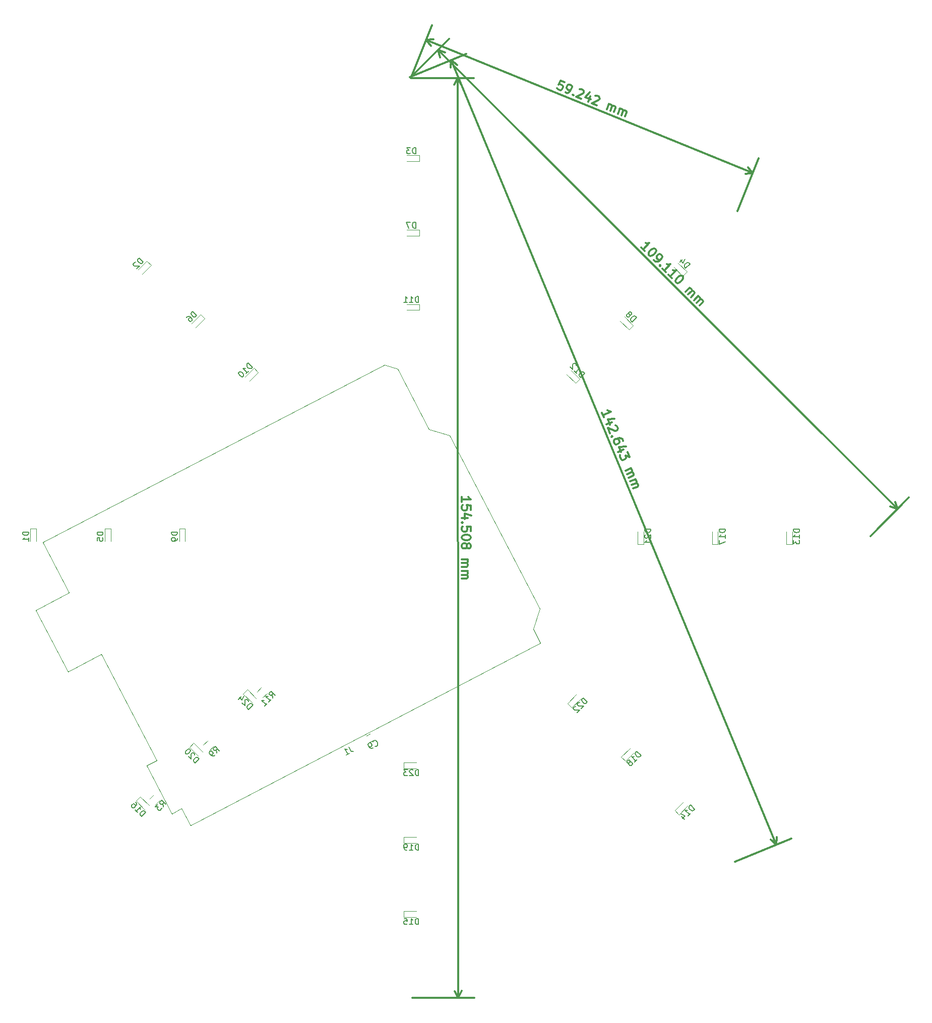
<source format=gbr>
G04 #@! TF.FileFunction,Legend,Bot*
%FSLAX46Y46*%
G04 Gerber Fmt 4.6, Leading zero omitted, Abs format (unit mm)*
G04 Created by KiCad (PCBNEW 4.0.7) date 03/16/18 10:32:41*
%MOMM*%
%LPD*%
G01*
G04 APERTURE LIST*
%ADD10C,0.100000*%
%ADD11C,0.300000*%
%ADD12C,0.120000*%
%ADD13C,0.150000*%
G04 APERTURE END LIST*
D10*
D11*
X166227249Y-53587652D02*
X165620658Y-52982059D01*
X165923954Y-53284856D02*
X166983741Y-52223323D01*
X166731244Y-52274039D01*
X166529213Y-52274204D01*
X166377649Y-52223822D01*
X167944175Y-53182177D02*
X168045273Y-53283109D01*
X168095905Y-53434590D01*
X168095988Y-53535606D01*
X168045605Y-53687171D01*
X167894290Y-53939833D01*
X167641960Y-54192579D01*
X167389547Y-54344310D01*
X167238066Y-54394942D01*
X167137050Y-54395025D01*
X166985486Y-54344642D01*
X166884388Y-54243710D01*
X166833755Y-54092229D01*
X166833672Y-53991213D01*
X166884055Y-53839649D01*
X167035370Y-53586986D01*
X167287700Y-53334240D01*
X167540113Y-53182510D01*
X167691594Y-53131878D01*
X167792610Y-53131795D01*
X167944175Y-53182177D01*
X167743723Y-55101632D02*
X167945921Y-55303497D01*
X168097484Y-55353880D01*
X168198500Y-55353796D01*
X168450996Y-55303082D01*
X168703410Y-55151350D01*
X169107137Y-54746957D01*
X169157521Y-54595393D01*
X169157438Y-54494377D01*
X169106806Y-54342896D01*
X168904609Y-54141032D01*
X168753044Y-54090649D01*
X168652029Y-54090733D01*
X168500547Y-54141364D01*
X168248217Y-54394110D01*
X168197834Y-54545675D01*
X168197918Y-54646689D01*
X168248550Y-54798172D01*
X168450747Y-55000036D01*
X168602311Y-55050418D01*
X168703326Y-55050336D01*
X168854807Y-54999703D01*
X168805090Y-55959389D02*
X168805172Y-56060404D01*
X168704158Y-56060487D01*
X168704074Y-55959472D01*
X168805090Y-55959389D01*
X168704158Y-56060487D01*
X169765691Y-57120274D02*
X169159100Y-56514681D01*
X169462396Y-56817478D02*
X170522183Y-55755945D01*
X170269686Y-55806661D01*
X170067655Y-55806826D01*
X169916091Y-55756444D01*
X170776674Y-58129594D02*
X170170084Y-57524002D01*
X170473379Y-57826798D02*
X171533166Y-56765265D01*
X171280669Y-56815981D01*
X171078638Y-56816147D01*
X170927074Y-56765764D01*
X172493600Y-57724120D02*
X172594698Y-57825052D01*
X172645330Y-57976533D01*
X172645413Y-58077549D01*
X172595031Y-58229114D01*
X172443715Y-58481776D01*
X172191385Y-58734522D01*
X171938972Y-58886253D01*
X171787491Y-58936884D01*
X171686475Y-58936968D01*
X171534911Y-58886584D01*
X171433813Y-58785652D01*
X171383180Y-58634172D01*
X171383097Y-58533156D01*
X171433480Y-58381592D01*
X171584795Y-58128929D01*
X171837125Y-57876183D01*
X172089539Y-57724453D01*
X172241019Y-57673820D01*
X172342035Y-57673737D01*
X172493600Y-57724120D01*
X173051387Y-60400566D02*
X173757911Y-59692877D01*
X173656978Y-59793976D02*
X173757994Y-59793892D01*
X173909559Y-59844275D01*
X174061206Y-59995673D01*
X174111838Y-60147154D01*
X174061455Y-60298719D01*
X173506329Y-60854760D01*
X174061455Y-60298719D02*
X174212937Y-60248087D01*
X174364501Y-60298470D01*
X174516148Y-60449867D01*
X174566781Y-60601349D01*
X174516398Y-60752913D01*
X173961272Y-61308954D01*
X174466764Y-61813615D02*
X175173288Y-61105926D01*
X175072355Y-61207025D02*
X175173371Y-61206941D01*
X175324936Y-61257324D01*
X175476583Y-61408722D01*
X175527215Y-61560204D01*
X175476832Y-61711768D01*
X174921706Y-62267809D01*
X175476832Y-61711768D02*
X175628314Y-61661136D01*
X175779878Y-61711519D01*
X175931525Y-61862916D01*
X175982158Y-62014398D01*
X175931775Y-62165962D01*
X175376649Y-62722003D01*
X131441547Y-19807927D02*
X208657547Y-96896927D01*
X126873000Y-24384000D02*
X133349163Y-17897168D01*
X204089000Y-101473000D02*
X210565163Y-94986168D01*
X208657547Y-96896927D02*
X207446013Y-96516028D01*
X208657547Y-96896927D02*
X208274654Y-95686021D01*
X131441547Y-19807927D02*
X131824440Y-21018833D01*
X131441547Y-19807927D02*
X132653081Y-20188826D01*
X159293318Y-81526949D02*
X158965165Y-80735110D01*
X159129242Y-81131030D02*
X160514961Y-80556763D01*
X160262309Y-80506828D01*
X160075643Y-80429546D01*
X159954964Y-80324919D01*
X160709359Y-82331864D02*
X159785546Y-82714708D01*
X161100521Y-81783162D02*
X159973992Y-81863420D01*
X160329491Y-82721246D01*
X161312752Y-82855000D02*
X161406085Y-82893640D01*
X161526764Y-82998267D01*
X161663494Y-83328201D01*
X161652199Y-83487520D01*
X161613558Y-83580853D01*
X161508931Y-83701531D01*
X161376958Y-83756223D01*
X161151652Y-83772275D01*
X160031661Y-83308588D01*
X160387159Y-84166414D01*
X160765246Y-84705601D02*
X160726605Y-84798933D01*
X160633273Y-84760293D01*
X160671913Y-84666960D01*
X160765246Y-84705601D01*
X160633273Y-84760293D01*
X162538567Y-85439772D02*
X162429183Y-85175826D01*
X162308504Y-85071199D01*
X162215171Y-85032558D01*
X161962520Y-84982623D01*
X161671226Y-85026021D01*
X161143334Y-85244789D01*
X161038707Y-85365468D01*
X161000066Y-85458800D01*
X160988772Y-85618120D01*
X161098156Y-85882066D01*
X161218834Y-85986693D01*
X161312167Y-86025334D01*
X161471486Y-86036628D01*
X161801420Y-85899898D01*
X161906047Y-85779220D01*
X161944687Y-85685887D01*
X161955982Y-85526568D01*
X161846598Y-85262621D01*
X161725918Y-85157994D01*
X161632586Y-85119353D01*
X161473267Y-85108058D01*
X162623581Y-86950927D02*
X161699769Y-87333771D01*
X163014744Y-86402225D02*
X161888215Y-86482483D01*
X162243713Y-87340309D01*
X163331602Y-87353384D02*
X163687100Y-88211210D01*
X162967785Y-87968072D01*
X163049823Y-88166032D01*
X163038528Y-88325351D01*
X162999888Y-88418684D01*
X162895261Y-88539362D01*
X162565328Y-88676093D01*
X162406009Y-88664799D01*
X162312675Y-88626158D01*
X162191997Y-88521530D01*
X162027921Y-88125610D01*
X162039215Y-87966291D01*
X162077856Y-87872959D01*
X162985032Y-90435142D02*
X163908845Y-90052297D01*
X163776871Y-90106990D02*
X163870204Y-90145630D01*
X163990883Y-90250258D01*
X164072921Y-90448217D01*
X164061626Y-90607536D01*
X163956999Y-90728215D01*
X163231146Y-91029022D01*
X163956999Y-90728215D02*
X164116318Y-90739510D01*
X164236997Y-90844137D01*
X164319035Y-91042096D01*
X164307741Y-91201417D01*
X164203113Y-91322095D01*
X163477261Y-91622901D01*
X163750721Y-92282768D02*
X164674534Y-91899923D01*
X164542560Y-91954615D02*
X164635893Y-91993255D01*
X164756572Y-92097883D01*
X164838610Y-92295842D01*
X164827315Y-92455162D01*
X164722688Y-92575841D01*
X163996836Y-92876647D01*
X164722688Y-92575841D02*
X164882007Y-92587136D01*
X165002687Y-92691763D01*
X165084724Y-92889722D01*
X165073430Y-93049042D01*
X164968802Y-93169720D01*
X164242950Y-93470527D01*
X188302456Y-153280464D02*
X133692456Y-21505264D01*
X181356000Y-156159200D02*
X190796751Y-152246784D01*
X126746000Y-24384000D02*
X136186751Y-20471584D01*
X133692456Y-21505264D02*
X134665475Y-22321435D01*
X133692456Y-21505264D02*
X133581989Y-22770451D01*
X188302456Y-153280464D02*
X188412923Y-152015277D01*
X188302456Y-153280464D02*
X187329437Y-152464293D01*
X135477349Y-95686755D02*
X135476644Y-94829612D01*
X135476996Y-95258184D02*
X136976996Y-95256951D01*
X136762593Y-95114270D01*
X136619618Y-94971530D01*
X136548072Y-94828731D01*
X136978464Y-97042664D02*
X136977877Y-96328379D01*
X136263532Y-96257537D01*
X136335019Y-96328907D01*
X136406565Y-96471705D01*
X136406859Y-96828848D01*
X136335547Y-96971764D01*
X136264178Y-97043252D01*
X136121380Y-97114797D01*
X135764237Y-97115090D01*
X135621321Y-97043780D01*
X135549834Y-96972410D01*
X135478288Y-96829611D01*
X135477995Y-96472469D01*
X135549305Y-96329553D01*
X135620675Y-96258065D01*
X136479579Y-98400217D02*
X135479580Y-98401039D01*
X137050714Y-98042604D02*
X135978992Y-97686342D01*
X135979756Y-98614914D01*
X135623083Y-99186635D02*
X135551712Y-99258122D01*
X135480226Y-99186753D01*
X135551595Y-99115265D01*
X135623083Y-99186635D01*
X135480226Y-99186753D01*
X136981399Y-100614091D02*
X136980812Y-99899805D01*
X136266468Y-99828964D01*
X136337954Y-99900334D01*
X136409501Y-100043132D01*
X136409794Y-100400275D01*
X136338483Y-100543191D01*
X136267114Y-100614678D01*
X136124315Y-100686224D01*
X135767172Y-100686517D01*
X135624257Y-100615207D01*
X135552769Y-100543836D01*
X135481224Y-100401038D01*
X135480930Y-100043895D01*
X135552241Y-99900980D01*
X135623611Y-99829492D01*
X136982221Y-101614090D02*
X136982339Y-101756947D01*
X136911027Y-101899862D01*
X136839657Y-101971350D01*
X136696859Y-102042897D01*
X136411203Y-102114559D01*
X136054061Y-102114853D01*
X135768288Y-102043660D01*
X135625372Y-101972348D01*
X135553885Y-101900978D01*
X135482339Y-101758180D01*
X135482222Y-101615323D01*
X135553532Y-101472407D01*
X135624903Y-101400919D01*
X135767701Y-101329374D01*
X136053356Y-101257710D01*
X136410499Y-101257417D01*
X136696272Y-101328611D01*
X136839187Y-101399921D01*
X136910675Y-101471292D01*
X136982221Y-101614090D01*
X136340479Y-102971761D02*
X136411791Y-102828844D01*
X136483161Y-102757357D01*
X136625959Y-102685811D01*
X136697387Y-102685752D01*
X136840303Y-102757064D01*
X136911790Y-102828433D01*
X136983337Y-102971232D01*
X136983572Y-103256946D01*
X136912260Y-103399862D01*
X136840890Y-103471350D01*
X136698092Y-103542895D01*
X136626664Y-103542954D01*
X136483748Y-103471643D01*
X136412260Y-103400273D01*
X136340714Y-103257475D01*
X136340479Y-102971761D01*
X136268934Y-102828962D01*
X136197446Y-102757592D01*
X136054530Y-102686281D01*
X135768816Y-102686516D01*
X135626018Y-102758062D01*
X135554648Y-102829549D01*
X135483337Y-102972465D01*
X135483572Y-103258179D01*
X135555118Y-103400977D01*
X135626605Y-103472348D01*
X135769521Y-103543658D01*
X136055235Y-103543423D01*
X136198033Y-103471878D01*
X136269403Y-103400390D01*
X136340714Y-103257475D01*
X135485275Y-105329607D02*
X136485274Y-105328785D01*
X136342417Y-105328902D02*
X136413904Y-105400271D01*
X136485451Y-105543071D01*
X136485627Y-105757355D01*
X136414315Y-105900271D01*
X136271517Y-105971818D01*
X135485803Y-105972463D01*
X136271517Y-105971818D02*
X136414433Y-106043129D01*
X136485979Y-106185927D01*
X136486155Y-106400212D01*
X136414844Y-106543129D01*
X136272045Y-106614674D01*
X135486332Y-106615320D01*
X135486919Y-107329606D02*
X136486918Y-107328784D01*
X136344060Y-107328901D02*
X136415548Y-107400271D01*
X136487095Y-107543070D01*
X136487271Y-107757355D01*
X136415959Y-107900270D01*
X136273161Y-107971817D01*
X135487447Y-107972463D01*
X136273161Y-107971817D02*
X136416077Y-108043128D01*
X136487623Y-108185927D01*
X136487799Y-108400212D01*
X136416488Y-108543128D01*
X136273689Y-108614674D01*
X135487976Y-108615319D01*
X134747411Y-24504632D02*
X134874411Y-179012832D01*
X127000000Y-24511000D02*
X137447410Y-24502413D01*
X127127000Y-179019200D02*
X137574410Y-179010613D01*
X134874411Y-179012832D02*
X134287065Y-177886811D01*
X134874411Y-179012832D02*
X135459906Y-177885847D01*
X134747411Y-24504632D02*
X134161916Y-25631617D01*
X134747411Y-24504632D02*
X135334757Y-25630653D01*
X152705197Y-25225729D02*
X152043703Y-24956231D01*
X151708055Y-25590776D01*
X151801154Y-25551577D01*
X151960403Y-25539327D01*
X152291150Y-25674076D01*
X152396499Y-25794125D01*
X152435700Y-25887224D01*
X152447949Y-26046472D01*
X152313200Y-26377220D01*
X152193152Y-26482569D01*
X152100052Y-26521769D01*
X151940803Y-26534018D01*
X151610056Y-26399269D01*
X151504707Y-26279221D01*
X151465507Y-26186121D01*
X152866895Y-26911315D02*
X153131493Y-27019114D01*
X153290742Y-27006865D01*
X153383841Y-26967665D01*
X153596989Y-26823117D01*
X153770938Y-26585468D01*
X153986536Y-26056273D01*
X153974286Y-25897024D01*
X153935086Y-25803925D01*
X153829737Y-25683875D01*
X153565140Y-25576076D01*
X153405890Y-25588326D01*
X153312791Y-25627527D01*
X153192742Y-25732875D01*
X153057993Y-26063623D01*
X153070243Y-26222871D01*
X153109443Y-26315970D01*
X153214793Y-26436020D01*
X153479390Y-26543819D01*
X153638639Y-26531568D01*
X153731738Y-26492369D01*
X153851787Y-26387020D01*
X154177634Y-27291062D02*
X154216833Y-27384161D01*
X154123735Y-27423361D01*
X154084534Y-27330262D01*
X154177634Y-27291062D01*
X154123735Y-27423361D01*
X155231125Y-26409070D02*
X155324225Y-26369870D01*
X155483474Y-26357620D01*
X155814221Y-26492369D01*
X155919570Y-26612418D01*
X155958770Y-26705518D01*
X155971019Y-26864766D01*
X155917120Y-26997065D01*
X155770121Y-27168564D01*
X154652931Y-27638959D01*
X155512873Y-27989306D01*
X157080860Y-27548310D02*
X156703563Y-28474402D01*
X156965711Y-26884366D02*
X156230717Y-27741858D01*
X157090660Y-28092205D01*
X157877102Y-27487061D02*
X157970202Y-27447861D01*
X158129451Y-27435610D01*
X158460198Y-27570359D01*
X158565547Y-27690409D01*
X158604747Y-27783508D01*
X158616997Y-27942757D01*
X158563097Y-28075056D01*
X158416099Y-28246555D01*
X157298908Y-28716950D01*
X158158851Y-29067297D01*
X159812587Y-29741041D02*
X160189884Y-28814949D01*
X160135984Y-28947249D02*
X160229083Y-28908048D01*
X160388332Y-28895798D01*
X160586780Y-28976647D01*
X160692129Y-29096697D01*
X160704379Y-29255945D01*
X160407932Y-29983589D01*
X160704379Y-29255945D02*
X160824428Y-29150597D01*
X160983677Y-29138346D01*
X161182125Y-29219195D01*
X161287475Y-29339245D01*
X161299724Y-29498493D01*
X161003277Y-30226137D01*
X161664771Y-30495635D02*
X162042068Y-29569543D01*
X161988168Y-29701842D02*
X162081267Y-29662642D01*
X162240517Y-29650392D01*
X162438965Y-29731241D01*
X162544313Y-29851290D01*
X162556564Y-30010539D01*
X162260116Y-30738183D01*
X162556564Y-30010539D02*
X162676613Y-29905190D01*
X162835862Y-29892940D01*
X163034310Y-29973789D01*
X163139659Y-30093839D01*
X163151909Y-30253087D01*
X162855461Y-30980731D01*
X129481281Y-18108856D02*
X184345281Y-40460856D01*
X126873000Y-24511000D02*
X130499983Y-15608407D01*
X181737000Y-46863000D02*
X185363983Y-37960407D01*
X184345281Y-40460856D02*
X183080780Y-40578909D01*
X184345281Y-40460856D02*
X183523289Y-39492750D01*
X129481281Y-18108856D02*
X130303273Y-19076962D01*
X129481281Y-18108856D02*
X130745782Y-17990803D01*
D12*
X83748601Y-144900654D02*
X83041494Y-145607761D01*
X84003159Y-146569426D02*
X84710266Y-145862319D01*
X92745281Y-135848094D02*
X92038174Y-136555201D01*
X92999839Y-137516866D02*
X93706946Y-136809759D01*
X101797841Y-126907294D02*
X101090734Y-127614401D01*
X102052399Y-128576066D02*
X102759506Y-127868959D01*
X119990782Y-136090741D02*
X120614487Y-135772947D01*
X120069698Y-134703739D02*
X119445993Y-135021533D01*
X133407248Y-84575757D02*
X148538750Y-113643102D01*
X148538750Y-113643102D02*
X147458584Y-117068951D01*
X147458584Y-117068951D02*
X148691453Y-119437269D01*
X148691453Y-119437269D02*
X89882635Y-150051202D01*
X89882635Y-150051202D02*
X88414274Y-147230508D01*
X88414274Y-147230508D02*
X86728954Y-148107830D01*
X86728954Y-148107830D02*
X82508571Y-140000551D01*
X82508571Y-140000551D02*
X84193892Y-139123229D01*
X84193892Y-139123229D02*
X74926597Y-121320922D01*
X74926597Y-121320922D02*
X69294078Y-124253025D01*
X69294078Y-124253025D02*
X63900855Y-113892739D01*
X63900855Y-113892739D02*
X69533373Y-110960635D01*
X69533373Y-110960635D02*
X65132909Y-102507422D01*
X65132909Y-102507422D02*
X122478159Y-72655374D01*
X122478159Y-72655374D02*
X124703612Y-73357057D01*
X124703612Y-73357057D02*
X129981399Y-83495590D01*
X129981399Y-83495590D02*
X133407248Y-84575757D01*
X98727208Y-127934315D02*
X99434315Y-127227208D01*
X99434315Y-127227208D02*
X100919239Y-128712132D01*
X98727208Y-127934315D02*
X100212132Y-129419239D01*
X125700000Y-140500000D02*
X125700000Y-139500000D01*
X125700000Y-139500000D02*
X127800000Y-139500000D01*
X125700000Y-140500000D02*
X127800000Y-140500000D01*
X153934315Y-130272792D02*
X153227208Y-129565685D01*
X153227208Y-129565685D02*
X154712132Y-128080761D01*
X153934315Y-130272792D02*
X155419239Y-128787868D01*
X166000000Y-102800000D02*
X165000000Y-102800000D01*
X165000000Y-102800000D02*
X165000000Y-100700000D01*
X166000000Y-102800000D02*
X166000000Y-100700000D01*
X89727208Y-136934315D02*
X90434315Y-136227208D01*
X90434315Y-136227208D02*
X91919239Y-137712132D01*
X89727208Y-136934315D02*
X91212132Y-138419239D01*
X125700000Y-153000000D02*
X125700000Y-152000000D01*
X125700000Y-152000000D02*
X127800000Y-152000000D01*
X125700000Y-153000000D02*
X127800000Y-153000000D01*
X162934315Y-139272792D02*
X162227208Y-138565685D01*
X162227208Y-138565685D02*
X163712132Y-137080761D01*
X162934315Y-139272792D02*
X164419239Y-137787868D01*
X178500000Y-102800000D02*
X177500000Y-102800000D01*
X177500000Y-102800000D02*
X177500000Y-100700000D01*
X178500000Y-102800000D02*
X178500000Y-100700000D01*
X80727208Y-145934315D02*
X81434315Y-145227208D01*
X81434315Y-145227208D02*
X82919239Y-146712132D01*
X80727208Y-145934315D02*
X82212132Y-147419239D01*
X125700000Y-165500000D02*
X125700000Y-164500000D01*
X125700000Y-164500000D02*
X127800000Y-164500000D01*
X125700000Y-165500000D02*
X127800000Y-165500000D01*
X171934315Y-148272792D02*
X171227208Y-147565685D01*
X171227208Y-147565685D02*
X172712132Y-146080761D01*
X171934315Y-148272792D02*
X173419239Y-146787868D01*
X191000000Y-102800000D02*
X190000000Y-102800000D01*
X190000000Y-102800000D02*
X190000000Y-100700000D01*
X191000000Y-102800000D02*
X191000000Y-100700000D01*
X155272792Y-75065685D02*
X154565685Y-75772792D01*
X154565685Y-75772792D02*
X153080761Y-74287868D01*
X155272792Y-75065685D02*
X153787868Y-73580761D01*
X128300000Y-62500000D02*
X128300000Y-63500000D01*
X128300000Y-63500000D02*
X126200000Y-63500000D01*
X128300000Y-62500000D02*
X126200000Y-62500000D01*
X100565685Y-73227208D02*
X101272792Y-73934315D01*
X101272792Y-73934315D02*
X99787868Y-75419239D01*
X100565685Y-73227208D02*
X99080761Y-74712132D01*
X88000000Y-100200000D02*
X89000000Y-100200000D01*
X89000000Y-100200000D02*
X89000000Y-102300000D01*
X88000000Y-100200000D02*
X88000000Y-102300000D01*
X164272792Y-66065685D02*
X163565685Y-66772792D01*
X163565685Y-66772792D02*
X162080761Y-65287868D01*
X164272792Y-66065685D02*
X162787868Y-64580761D01*
X128300000Y-50000000D02*
X128300000Y-51000000D01*
X128300000Y-51000000D02*
X126200000Y-51000000D01*
X128300000Y-50000000D02*
X126200000Y-50000000D01*
X91565685Y-64227208D02*
X92272792Y-64934315D01*
X92272792Y-64934315D02*
X90787868Y-66419239D01*
X91565685Y-64227208D02*
X90080761Y-65712132D01*
X75500000Y-100200000D02*
X76500000Y-100200000D01*
X76500000Y-100200000D02*
X76500000Y-102300000D01*
X75500000Y-100200000D02*
X75500000Y-102300000D01*
X173272792Y-57065685D02*
X172565685Y-57772792D01*
X172565685Y-57772792D02*
X171080761Y-56287868D01*
X173272792Y-57065685D02*
X171787868Y-55580761D01*
X128300000Y-37500000D02*
X128300000Y-38500000D01*
X128300000Y-38500000D02*
X126200000Y-38500000D01*
X128300000Y-37500000D02*
X126200000Y-37500000D01*
X82565685Y-55227208D02*
X83272792Y-55934315D01*
X83272792Y-55934315D02*
X81787868Y-57419239D01*
X82565685Y-55227208D02*
X81080761Y-56712132D01*
X63000000Y-100200000D02*
X64000000Y-100200000D01*
X64000000Y-100200000D02*
X64000000Y-102300000D01*
X63000000Y-100200000D02*
X63000000Y-102300000D01*
D13*
X85338917Y-146962376D02*
X85237902Y-146389955D01*
X85742979Y-146558315D02*
X85035872Y-145851208D01*
X84766497Y-146120582D01*
X84732826Y-146221598D01*
X84732826Y-146288941D01*
X84766497Y-146389956D01*
X84867513Y-146490971D01*
X84968528Y-146524643D01*
X85035871Y-146524643D01*
X85136886Y-146490971D01*
X85406261Y-146221597D01*
X84396109Y-146490971D02*
X83958375Y-146928704D01*
X84463452Y-146962375D01*
X84362436Y-147063391D01*
X84328764Y-147164406D01*
X84328764Y-147231750D01*
X84362437Y-147332766D01*
X84530795Y-147501124D01*
X84631811Y-147534796D01*
X84699154Y-147534796D01*
X84800169Y-147501124D01*
X85002200Y-147299093D01*
X85035872Y-147198078D01*
X85035872Y-147130735D01*
X94335597Y-137909816D02*
X94234582Y-137337395D01*
X94739659Y-137505755D02*
X94032552Y-136798648D01*
X93763177Y-137068022D01*
X93729506Y-137169038D01*
X93729506Y-137236381D01*
X93763177Y-137337396D01*
X93864193Y-137438411D01*
X93965208Y-137472083D01*
X94032551Y-137472083D01*
X94133566Y-137438411D01*
X94402941Y-137169037D01*
X93998880Y-138246533D02*
X93864193Y-138381220D01*
X93763177Y-138414892D01*
X93695834Y-138414892D01*
X93527475Y-138381221D01*
X93359117Y-138280206D01*
X93089742Y-138010831D01*
X93056071Y-137909816D01*
X93056071Y-137842473D01*
X93089742Y-137741457D01*
X93224430Y-137606770D01*
X93325445Y-137573098D01*
X93392789Y-137573098D01*
X93493804Y-137606770D01*
X93662162Y-137775128D01*
X93695834Y-137876144D01*
X93695835Y-137943488D01*
X93662163Y-138044503D01*
X93527475Y-138179190D01*
X93426460Y-138212862D01*
X93359116Y-138212861D01*
X93258101Y-138179190D01*
X103724875Y-128632298D02*
X103623860Y-128059878D01*
X104128937Y-128228237D02*
X103421830Y-127521130D01*
X103152455Y-127790504D01*
X103118784Y-127891520D01*
X103118784Y-127958863D01*
X103152455Y-128059878D01*
X103253470Y-128160893D01*
X103354486Y-128194565D01*
X103421829Y-128194565D01*
X103522844Y-128160893D01*
X103792219Y-127891519D01*
X103051440Y-129305733D02*
X103455501Y-128901672D01*
X103253471Y-129103702D02*
X102546364Y-128396595D01*
X102714723Y-128430267D01*
X102849410Y-128430267D01*
X102950425Y-128396595D01*
X102378005Y-129979168D02*
X102782066Y-129575107D01*
X102580036Y-129777137D02*
X101872929Y-129070030D01*
X102041288Y-129103702D01*
X102175975Y-129103702D01*
X102276990Y-129070030D01*
X120908368Y-136753550D02*
X120972415Y-136774360D01*
X121121321Y-136751933D01*
X121206178Y-136708696D01*
X121311847Y-136601411D01*
X121353468Y-136473316D01*
X121352659Y-136366840D01*
X121308614Y-136175506D01*
X121243758Y-136048219D01*
X121114855Y-135900122D01*
X121029189Y-135836883D01*
X120901094Y-135795262D01*
X120752188Y-135817690D01*
X120667330Y-135860927D01*
X120561662Y-135968211D01*
X120540852Y-136032259D01*
X120527317Y-137054593D02*
X120357601Y-137141068D01*
X120251124Y-137141876D01*
X120187077Y-137121066D01*
X120037363Y-137037017D01*
X119908460Y-136888920D01*
X119735511Y-136549488D01*
X119734703Y-136443012D01*
X119755513Y-136378965D01*
X119818752Y-136293299D01*
X119988469Y-136206824D01*
X120094945Y-136206016D01*
X120158992Y-136226826D01*
X120244658Y-136290065D01*
X120352751Y-136502209D01*
X120353559Y-136608686D01*
X120332750Y-136672734D01*
X120269511Y-136758400D01*
X120099794Y-136844875D01*
X119993318Y-136845683D01*
X119929270Y-136824872D01*
X119843604Y-136761633D01*
X116476734Y-136875031D02*
X116806554Y-137508610D01*
X116914758Y-137613338D01*
X117043211Y-137653839D01*
X117191915Y-137630113D01*
X117276392Y-137586137D01*
X116051471Y-138223790D02*
X116558335Y-137959934D01*
X116304904Y-138091862D02*
X115843155Y-137204851D01*
X115993596Y-137287591D01*
X116122049Y-137328092D01*
X116228515Y-137326354D01*
X99654865Y-130562395D02*
X100361972Y-129855288D01*
X100193613Y-129686929D01*
X100058926Y-129619585D01*
X99924239Y-129619585D01*
X99823224Y-129653257D01*
X99654865Y-129754272D01*
X99553849Y-129855288D01*
X99452834Y-130023646D01*
X99419162Y-130124661D01*
X99419162Y-130259348D01*
X99486507Y-130394036D01*
X99654865Y-130562395D01*
X99621193Y-129249196D02*
X99621193Y-129181853D01*
X99587522Y-129080838D01*
X99419162Y-128912478D01*
X99318147Y-128878807D01*
X99250804Y-128878807D01*
X99149789Y-128912478D01*
X99082445Y-128979822D01*
X99015102Y-129114509D01*
X99015102Y-129922631D01*
X98577369Y-129484898D01*
X98442682Y-128407402D02*
X97971277Y-128878807D01*
X98880415Y-128306387D02*
X98543697Y-128979822D01*
X98105964Y-128542089D01*
X128214286Y-141702380D02*
X128214286Y-140702380D01*
X127976191Y-140702380D01*
X127833333Y-140749999D01*
X127738095Y-140845237D01*
X127690476Y-140940475D01*
X127642857Y-141130951D01*
X127642857Y-141273809D01*
X127690476Y-141464285D01*
X127738095Y-141559523D01*
X127833333Y-141654761D01*
X127976191Y-141702380D01*
X128214286Y-141702380D01*
X127261905Y-140797618D02*
X127214286Y-140749999D01*
X127119048Y-140702380D01*
X126880952Y-140702380D01*
X126785714Y-140749999D01*
X126738095Y-140797618D01*
X126690476Y-140892856D01*
X126690476Y-140988094D01*
X126738095Y-141130951D01*
X127309524Y-141702380D01*
X126690476Y-141702380D01*
X126357143Y-140702380D02*
X125738095Y-140702380D01*
X126071429Y-141083332D01*
X125928571Y-141083332D01*
X125833333Y-141130951D01*
X125785714Y-141178570D01*
X125738095Y-141273809D01*
X125738095Y-141511904D01*
X125785714Y-141607142D01*
X125833333Y-141654761D01*
X125928571Y-141702380D01*
X126214286Y-141702380D01*
X126309524Y-141654761D01*
X126357143Y-141607142D01*
X156562395Y-129345135D02*
X155855288Y-128638028D01*
X155686929Y-128806387D01*
X155619585Y-128941074D01*
X155619585Y-129075761D01*
X155653257Y-129176776D01*
X155754272Y-129345135D01*
X155855288Y-129446151D01*
X156023646Y-129547166D01*
X156124661Y-129580838D01*
X156259348Y-129580838D01*
X156394036Y-129513493D01*
X156562395Y-129345135D01*
X155249196Y-129378807D02*
X155181853Y-129378807D01*
X155080838Y-129412478D01*
X154912478Y-129580838D01*
X154878807Y-129681853D01*
X154878807Y-129749196D01*
X154912478Y-129850211D01*
X154979822Y-129917555D01*
X155114509Y-129984898D01*
X155922631Y-129984898D01*
X155484898Y-130422631D01*
X154575761Y-130052242D02*
X154508418Y-130052242D01*
X154407402Y-130085913D01*
X154239043Y-130254273D01*
X154205371Y-130355288D01*
X154205371Y-130422631D01*
X154239043Y-130523646D01*
X154306387Y-130590990D01*
X154441073Y-130658333D01*
X155249196Y-130658333D01*
X154811463Y-131096066D01*
X167202380Y-100285714D02*
X166202380Y-100285714D01*
X166202380Y-100523809D01*
X166249999Y-100666667D01*
X166345237Y-100761905D01*
X166440475Y-100809524D01*
X166630951Y-100857143D01*
X166773809Y-100857143D01*
X166964285Y-100809524D01*
X167059523Y-100761905D01*
X167154761Y-100666667D01*
X167202380Y-100523809D01*
X167202380Y-100285714D01*
X166297618Y-101238095D02*
X166249999Y-101285714D01*
X166202380Y-101380952D01*
X166202380Y-101619048D01*
X166249999Y-101714286D01*
X166297618Y-101761905D01*
X166392856Y-101809524D01*
X166488094Y-101809524D01*
X166630951Y-101761905D01*
X167202380Y-101190476D01*
X167202380Y-101809524D01*
X167202380Y-102761905D02*
X167202380Y-102190476D01*
X167202380Y-102476190D02*
X166202380Y-102476190D01*
X166345237Y-102380952D01*
X166440475Y-102285714D01*
X166488094Y-102190476D01*
X90654865Y-139562395D02*
X91361972Y-138855288D01*
X91193613Y-138686929D01*
X91058926Y-138619585D01*
X90924239Y-138619585D01*
X90823224Y-138653257D01*
X90654865Y-138754272D01*
X90553849Y-138855288D01*
X90452834Y-139023646D01*
X90419162Y-139124661D01*
X90419162Y-139259348D01*
X90486507Y-139394036D01*
X90654865Y-139562395D01*
X90621193Y-138249196D02*
X90621193Y-138181853D01*
X90587522Y-138080838D01*
X90419162Y-137912478D01*
X90318147Y-137878807D01*
X90250804Y-137878807D01*
X90149789Y-137912478D01*
X90082445Y-137979822D01*
X90015102Y-138114509D01*
X90015102Y-138922631D01*
X89577369Y-138484898D01*
X89846743Y-137340059D02*
X89779399Y-137272715D01*
X89678384Y-137239043D01*
X89611041Y-137239043D01*
X89510025Y-137272715D01*
X89341667Y-137373730D01*
X89173307Y-137542089D01*
X89072292Y-137710448D01*
X89038621Y-137811463D01*
X89038621Y-137878807D01*
X89072292Y-137979822D01*
X89139636Y-138047166D01*
X89240652Y-138080838D01*
X89307995Y-138080838D01*
X89409010Y-138047166D01*
X89577369Y-137946151D01*
X89745728Y-137777791D01*
X89846743Y-137609433D01*
X89880415Y-137508418D01*
X89880415Y-137441074D01*
X89846743Y-137340059D01*
X128214286Y-154202380D02*
X128214286Y-153202380D01*
X127976191Y-153202380D01*
X127833333Y-153249999D01*
X127738095Y-153345237D01*
X127690476Y-153440475D01*
X127642857Y-153630951D01*
X127642857Y-153773809D01*
X127690476Y-153964285D01*
X127738095Y-154059523D01*
X127833333Y-154154761D01*
X127976191Y-154202380D01*
X128214286Y-154202380D01*
X126690476Y-154202380D02*
X127261905Y-154202380D01*
X126976191Y-154202380D02*
X126976191Y-153202380D01*
X127071429Y-153345237D01*
X127166667Y-153440475D01*
X127261905Y-153488094D01*
X126214286Y-154202380D02*
X126023810Y-154202380D01*
X125928571Y-154154761D01*
X125880952Y-154107142D01*
X125785714Y-153964285D01*
X125738095Y-153773809D01*
X125738095Y-153392856D01*
X125785714Y-153297618D01*
X125833333Y-153249999D01*
X125928571Y-153202380D01*
X126119048Y-153202380D01*
X126214286Y-153249999D01*
X126261905Y-153297618D01*
X126309524Y-153392856D01*
X126309524Y-153630951D01*
X126261905Y-153726189D01*
X126214286Y-153773809D01*
X126119048Y-153821428D01*
X125928571Y-153821428D01*
X125833333Y-153773809D01*
X125785714Y-153726189D01*
X125738095Y-153630951D01*
X165562395Y-138345135D02*
X164855288Y-137638028D01*
X164686929Y-137806387D01*
X164619585Y-137941074D01*
X164619585Y-138075761D01*
X164653257Y-138176776D01*
X164754272Y-138345135D01*
X164855288Y-138446151D01*
X165023646Y-138547166D01*
X165124661Y-138580838D01*
X165259348Y-138580838D01*
X165394036Y-138513493D01*
X165562395Y-138345135D01*
X164484898Y-139422631D02*
X164888959Y-139018570D01*
X164686929Y-139220600D02*
X163979822Y-138513493D01*
X164148181Y-138547165D01*
X164282868Y-138547165D01*
X164383883Y-138513493D01*
X163676776Y-139422630D02*
X163710448Y-139321615D01*
X163710448Y-139254272D01*
X163676776Y-139153257D01*
X163643105Y-139119585D01*
X163542089Y-139085913D01*
X163474746Y-139085913D01*
X163373731Y-139119585D01*
X163239043Y-139254273D01*
X163205371Y-139355288D01*
X163205371Y-139422631D01*
X163239043Y-139523646D01*
X163272715Y-139557318D01*
X163373730Y-139590990D01*
X163441073Y-139590990D01*
X163542089Y-139557318D01*
X163676776Y-139422630D01*
X163777791Y-139388959D01*
X163845135Y-139388959D01*
X163946151Y-139422631D01*
X164080838Y-139557318D01*
X164114509Y-139658333D01*
X164114509Y-139725677D01*
X164080838Y-139826692D01*
X163946150Y-139961379D01*
X163845135Y-139995051D01*
X163777791Y-139995051D01*
X163676776Y-139961379D01*
X163542089Y-139826693D01*
X163508417Y-139725677D01*
X163508417Y-139658333D01*
X163542089Y-139557318D01*
X179702380Y-100285714D02*
X178702380Y-100285714D01*
X178702380Y-100523809D01*
X178749999Y-100666667D01*
X178845237Y-100761905D01*
X178940475Y-100809524D01*
X179130951Y-100857143D01*
X179273809Y-100857143D01*
X179464285Y-100809524D01*
X179559523Y-100761905D01*
X179654761Y-100666667D01*
X179702380Y-100523809D01*
X179702380Y-100285714D01*
X179702380Y-101809524D02*
X179702380Y-101238095D01*
X179702380Y-101523809D02*
X178702380Y-101523809D01*
X178845237Y-101428571D01*
X178940475Y-101333333D01*
X178988094Y-101238095D01*
X178702380Y-102142857D02*
X178702380Y-102809524D01*
X179702380Y-102380952D01*
X81654865Y-148562395D02*
X82361972Y-147855288D01*
X82193613Y-147686929D01*
X82058926Y-147619585D01*
X81924239Y-147619585D01*
X81823224Y-147653257D01*
X81654865Y-147754272D01*
X81553849Y-147855288D01*
X81452834Y-148023646D01*
X81419162Y-148124661D01*
X81419162Y-148259348D01*
X81486507Y-148394036D01*
X81654865Y-148562395D01*
X80577369Y-147484898D02*
X80981430Y-147888959D01*
X80779400Y-147686929D02*
X81486507Y-146979822D01*
X81452835Y-147148181D01*
X81452835Y-147282868D01*
X81486507Y-147383883D01*
X80678384Y-146171700D02*
X80813072Y-146306387D01*
X80846743Y-146407402D01*
X80846743Y-146474746D01*
X80813072Y-146643105D01*
X80712056Y-146811463D01*
X80442682Y-147080838D01*
X80341667Y-147114509D01*
X80274323Y-147114509D01*
X80173308Y-147080838D01*
X80038621Y-146946150D01*
X80004949Y-146845135D01*
X80004949Y-146777791D01*
X80038621Y-146676776D01*
X80206979Y-146508418D01*
X80307995Y-146474745D01*
X80375339Y-146474745D01*
X80476354Y-146508417D01*
X80611041Y-146643105D01*
X80644713Y-146744120D01*
X80644713Y-146811463D01*
X80611041Y-146912479D01*
X128214286Y-166702380D02*
X128214286Y-165702380D01*
X127976191Y-165702380D01*
X127833333Y-165749999D01*
X127738095Y-165845237D01*
X127690476Y-165940475D01*
X127642857Y-166130951D01*
X127642857Y-166273809D01*
X127690476Y-166464285D01*
X127738095Y-166559523D01*
X127833333Y-166654761D01*
X127976191Y-166702380D01*
X128214286Y-166702380D01*
X126690476Y-166702380D02*
X127261905Y-166702380D01*
X126976191Y-166702380D02*
X126976191Y-165702380D01*
X127071429Y-165845237D01*
X127166667Y-165940475D01*
X127261905Y-165988094D01*
X125785714Y-165702380D02*
X126261905Y-165702380D01*
X126309524Y-166178570D01*
X126261905Y-166130951D01*
X126166667Y-166083332D01*
X125928571Y-166083332D01*
X125833333Y-166130951D01*
X125785714Y-166178570D01*
X125738095Y-166273809D01*
X125738095Y-166511904D01*
X125785714Y-166607142D01*
X125833333Y-166654761D01*
X125928571Y-166702380D01*
X126166667Y-166702380D01*
X126261905Y-166654761D01*
X126309524Y-166607142D01*
X174562395Y-147345135D02*
X173855288Y-146638028D01*
X173686929Y-146806387D01*
X173619585Y-146941074D01*
X173619585Y-147075761D01*
X173653257Y-147176776D01*
X173754272Y-147345135D01*
X173855288Y-147446151D01*
X174023646Y-147547166D01*
X174124661Y-147580838D01*
X174259348Y-147580838D01*
X174394036Y-147513493D01*
X174562395Y-147345135D01*
X173484898Y-148422631D02*
X173888959Y-148018570D01*
X173686929Y-148220600D02*
X172979822Y-147513493D01*
X173148181Y-147547165D01*
X173282868Y-147547165D01*
X173383883Y-147513493D01*
X172407402Y-148557318D02*
X172878807Y-149028723D01*
X172306387Y-148119585D02*
X172979822Y-148456303D01*
X172542089Y-148894036D01*
X192202380Y-100285714D02*
X191202380Y-100285714D01*
X191202380Y-100523809D01*
X191249999Y-100666667D01*
X191345237Y-100761905D01*
X191440475Y-100809524D01*
X191630951Y-100857143D01*
X191773809Y-100857143D01*
X191964285Y-100809524D01*
X192059523Y-100761905D01*
X192154761Y-100666667D01*
X192202380Y-100523809D01*
X192202380Y-100285714D01*
X192202380Y-101809524D02*
X192202380Y-101238095D01*
X192202380Y-101523809D02*
X191202380Y-101523809D01*
X191345237Y-101428571D01*
X191440475Y-101333333D01*
X191488094Y-101238095D01*
X191202380Y-102142857D02*
X191202380Y-102761905D01*
X191583332Y-102428571D01*
X191583332Y-102571429D01*
X191630951Y-102666667D01*
X191678570Y-102714286D01*
X191773809Y-102761905D01*
X192011904Y-102761905D01*
X192107142Y-102714286D01*
X192154761Y-102666667D01*
X192202380Y-102571429D01*
X192202380Y-102285714D01*
X192154761Y-102190476D01*
X192107142Y-102142857D01*
X155422631Y-74794629D02*
X156129738Y-74087522D01*
X155961379Y-73919163D01*
X155826692Y-73851819D01*
X155692005Y-73851819D01*
X155590990Y-73885491D01*
X155422631Y-73986506D01*
X155321615Y-74087522D01*
X155220600Y-74255880D01*
X155186928Y-74356895D01*
X155186928Y-74491582D01*
X155254273Y-74626270D01*
X155422631Y-74794629D01*
X154345135Y-73717132D02*
X154749196Y-74121193D01*
X154547166Y-73919163D02*
X155254273Y-73212056D01*
X155220601Y-73380415D01*
X155220601Y-73515102D01*
X155254273Y-73616117D01*
X154715524Y-72807995D02*
X154715524Y-72740652D01*
X154681853Y-72639636D01*
X154513493Y-72471277D01*
X154412478Y-72437605D01*
X154345135Y-72437605D01*
X154244120Y-72471277D01*
X154176776Y-72538621D01*
X154109433Y-72673307D01*
X154109433Y-73481430D01*
X153671700Y-73043697D01*
X128214286Y-62202382D02*
X128214286Y-61202382D01*
X127976191Y-61202382D01*
X127833333Y-61250001D01*
X127738095Y-61345239D01*
X127690476Y-61440477D01*
X127642857Y-61630953D01*
X127642857Y-61773811D01*
X127690476Y-61964287D01*
X127738095Y-62059525D01*
X127833333Y-62154763D01*
X127976191Y-62202382D01*
X128214286Y-62202382D01*
X126690476Y-62202382D02*
X127261905Y-62202382D01*
X126976191Y-62202382D02*
X126976191Y-61202382D01*
X127071429Y-61345239D01*
X127166667Y-61440477D01*
X127261905Y-61488096D01*
X125738095Y-62202382D02*
X126309524Y-62202382D01*
X126023810Y-62202382D02*
X126023810Y-61202382D01*
X126119048Y-61345239D01*
X126214286Y-61440477D01*
X126309524Y-61488096D01*
X100294629Y-73077369D02*
X99587522Y-72370262D01*
X99419163Y-72538621D01*
X99351819Y-72673308D01*
X99351819Y-72807995D01*
X99385491Y-72909010D01*
X99486506Y-73077369D01*
X99587522Y-73178385D01*
X99755880Y-73279400D01*
X99856895Y-73313072D01*
X99991582Y-73313072D01*
X100126270Y-73245727D01*
X100294629Y-73077369D01*
X99217132Y-74154865D02*
X99621193Y-73750804D01*
X99419163Y-73952834D02*
X98712056Y-73245727D01*
X98880415Y-73279399D01*
X99015102Y-73279399D01*
X99116117Y-73245727D01*
X98072293Y-73885491D02*
X98004949Y-73952835D01*
X97971277Y-74053850D01*
X97971277Y-74121193D01*
X98004949Y-74222209D01*
X98105964Y-74390567D01*
X98274323Y-74558927D01*
X98442682Y-74659942D01*
X98543697Y-74693613D01*
X98611041Y-74693613D01*
X98712056Y-74659942D01*
X98779400Y-74592598D01*
X98813072Y-74491582D01*
X98813072Y-74424239D01*
X98779400Y-74323224D01*
X98678385Y-74154865D01*
X98510025Y-73986506D01*
X98341667Y-73885491D01*
X98240652Y-73851819D01*
X98173308Y-73851819D01*
X98072293Y-73885491D01*
X87702382Y-100761905D02*
X86702382Y-100761905D01*
X86702382Y-101000000D01*
X86750001Y-101142858D01*
X86845239Y-101238096D01*
X86940477Y-101285715D01*
X87130953Y-101333334D01*
X87273811Y-101333334D01*
X87464287Y-101285715D01*
X87559525Y-101238096D01*
X87654763Y-101142858D01*
X87702382Y-101000000D01*
X87702382Y-100761905D01*
X87702382Y-101809524D02*
X87702382Y-102000000D01*
X87654763Y-102095239D01*
X87607144Y-102142858D01*
X87464287Y-102238096D01*
X87273811Y-102285715D01*
X86892858Y-102285715D01*
X86797620Y-102238096D01*
X86750001Y-102190477D01*
X86702382Y-102095239D01*
X86702382Y-101904762D01*
X86750001Y-101809524D01*
X86797620Y-101761905D01*
X86892858Y-101714286D01*
X87130953Y-101714286D01*
X87226191Y-101761905D01*
X87273811Y-101809524D01*
X87321430Y-101904762D01*
X87321430Y-102095239D01*
X87273811Y-102190477D01*
X87226191Y-102238096D01*
X87130953Y-102285715D01*
X164085913Y-65457911D02*
X164793020Y-64750804D01*
X164624661Y-64582445D01*
X164489974Y-64515101D01*
X164355287Y-64515101D01*
X164254272Y-64548773D01*
X164085913Y-64649788D01*
X163984897Y-64750804D01*
X163883882Y-64919162D01*
X163850211Y-65020178D01*
X163850211Y-65154864D01*
X163917555Y-65289552D01*
X164085913Y-65457911D01*
X163681853Y-64245727D02*
X163782868Y-64279399D01*
X163850211Y-64279399D01*
X163951226Y-64245727D01*
X163984898Y-64212056D01*
X164018570Y-64111041D01*
X164018570Y-64043697D01*
X163984898Y-63942682D01*
X163850211Y-63807994D01*
X163749195Y-63774323D01*
X163681852Y-63774323D01*
X163580837Y-63807994D01*
X163547165Y-63841666D01*
X163513493Y-63942681D01*
X163513493Y-64010025D01*
X163547165Y-64111040D01*
X163681853Y-64245727D01*
X163715524Y-64346743D01*
X163715524Y-64414086D01*
X163681852Y-64515102D01*
X163547165Y-64649789D01*
X163446150Y-64683460D01*
X163378807Y-64683460D01*
X163277791Y-64649789D01*
X163143104Y-64515101D01*
X163109432Y-64414086D01*
X163109432Y-64346743D01*
X163143104Y-64245727D01*
X163277791Y-64111041D01*
X163378807Y-64077368D01*
X163446150Y-64077368D01*
X163547165Y-64111040D01*
X127738095Y-49702382D02*
X127738095Y-48702382D01*
X127500000Y-48702382D01*
X127357142Y-48750001D01*
X127261904Y-48845239D01*
X127214285Y-48940477D01*
X127166666Y-49130953D01*
X127166666Y-49273811D01*
X127214285Y-49464287D01*
X127261904Y-49559525D01*
X127357142Y-49654763D01*
X127500000Y-49702382D01*
X127738095Y-49702382D01*
X126833333Y-48702382D02*
X126166666Y-48702382D01*
X126595238Y-49702382D01*
X90957911Y-64414087D02*
X90250804Y-63706980D01*
X90082445Y-63875339D01*
X90015101Y-64010026D01*
X90015101Y-64144713D01*
X90048773Y-64245728D01*
X90149788Y-64414087D01*
X90250804Y-64515103D01*
X90419162Y-64616118D01*
X90520178Y-64649789D01*
X90654864Y-64649789D01*
X90789552Y-64582445D01*
X90957911Y-64414087D01*
X89240651Y-64717133D02*
X89375339Y-64582445D01*
X89476354Y-64548774D01*
X89543697Y-64548774D01*
X89712056Y-64582445D01*
X89880414Y-64683460D01*
X90149789Y-64952835D01*
X90183460Y-65053850D01*
X90183460Y-65121193D01*
X90149789Y-65222209D01*
X90015101Y-65356896D01*
X89914086Y-65390568D01*
X89846743Y-65390568D01*
X89745727Y-65356896D01*
X89577369Y-65188538D01*
X89543696Y-65087522D01*
X89543696Y-65020178D01*
X89577368Y-64919163D01*
X89712056Y-64784476D01*
X89813071Y-64750804D01*
X89880414Y-64750804D01*
X89981430Y-64784476D01*
X75202382Y-100761905D02*
X74202382Y-100761905D01*
X74202382Y-101000000D01*
X74250001Y-101142858D01*
X74345239Y-101238096D01*
X74440477Y-101285715D01*
X74630953Y-101333334D01*
X74773811Y-101333334D01*
X74964287Y-101285715D01*
X75059525Y-101238096D01*
X75154763Y-101142858D01*
X75202382Y-101000000D01*
X75202382Y-100761905D01*
X74202382Y-102238096D02*
X74202382Y-101761905D01*
X74678572Y-101714286D01*
X74630953Y-101761905D01*
X74583334Y-101857143D01*
X74583334Y-102095239D01*
X74630953Y-102190477D01*
X74678572Y-102238096D01*
X74773811Y-102285715D01*
X75011906Y-102285715D01*
X75107144Y-102238096D01*
X75154763Y-102190477D01*
X75202382Y-102095239D01*
X75202382Y-101857143D01*
X75154763Y-101761905D01*
X75107144Y-101714286D01*
X173085913Y-56457911D02*
X173793020Y-55750804D01*
X173624661Y-55582445D01*
X173489974Y-55515101D01*
X173355287Y-55515101D01*
X173254272Y-55548773D01*
X173085913Y-55649788D01*
X172984897Y-55750804D01*
X172883882Y-55919162D01*
X172850211Y-56020178D01*
X172850211Y-56154864D01*
X172917555Y-56289552D01*
X173085913Y-56457911D01*
X172547165Y-54976353D02*
X172075760Y-55447758D01*
X172984898Y-54875339D02*
X172648180Y-55548774D01*
X172210447Y-55111041D01*
X127738095Y-37202382D02*
X127738095Y-36202382D01*
X127500000Y-36202382D01*
X127357142Y-36250001D01*
X127261904Y-36345239D01*
X127214285Y-36440477D01*
X127166666Y-36630953D01*
X127166666Y-36773811D01*
X127214285Y-36964287D01*
X127261904Y-37059525D01*
X127357142Y-37154763D01*
X127500000Y-37202382D01*
X127738095Y-37202382D01*
X126833333Y-36202382D02*
X126214285Y-36202382D01*
X126547619Y-36583334D01*
X126404761Y-36583334D01*
X126309523Y-36630953D01*
X126261904Y-36678572D01*
X126214285Y-36773811D01*
X126214285Y-37011906D01*
X126261904Y-37107144D01*
X126309523Y-37154763D01*
X126404761Y-37202382D01*
X126690476Y-37202382D01*
X126785714Y-37154763D01*
X126833333Y-37107144D01*
X81957911Y-55414087D02*
X81250804Y-54706980D01*
X81082445Y-54875339D01*
X81015101Y-55010026D01*
X81015101Y-55144713D01*
X81048773Y-55245728D01*
X81149788Y-55414087D01*
X81250804Y-55515103D01*
X81419162Y-55616118D01*
X81520178Y-55649789D01*
X81654864Y-55649789D01*
X81789552Y-55582445D01*
X81957911Y-55414087D01*
X80644712Y-55447758D02*
X80577369Y-55447758D01*
X80476354Y-55481430D01*
X80307994Y-55649789D01*
X80274323Y-55750805D01*
X80274323Y-55818148D01*
X80307994Y-55919163D01*
X80375338Y-55986507D01*
X80510025Y-56053850D01*
X81318147Y-56053850D01*
X80880414Y-56491583D01*
X62702382Y-100761905D02*
X61702382Y-100761905D01*
X61702382Y-101000000D01*
X61750001Y-101142858D01*
X61845239Y-101238096D01*
X61940477Y-101285715D01*
X62130953Y-101333334D01*
X62273811Y-101333334D01*
X62464287Y-101285715D01*
X62559525Y-101238096D01*
X62654763Y-101142858D01*
X62702382Y-101000000D01*
X62702382Y-100761905D01*
X62702382Y-102285715D02*
X62702382Y-101714286D01*
X62702382Y-102000000D02*
X61702382Y-102000000D01*
X61845239Y-101904762D01*
X61940477Y-101809524D01*
X61988096Y-101714286D01*
M02*

</source>
